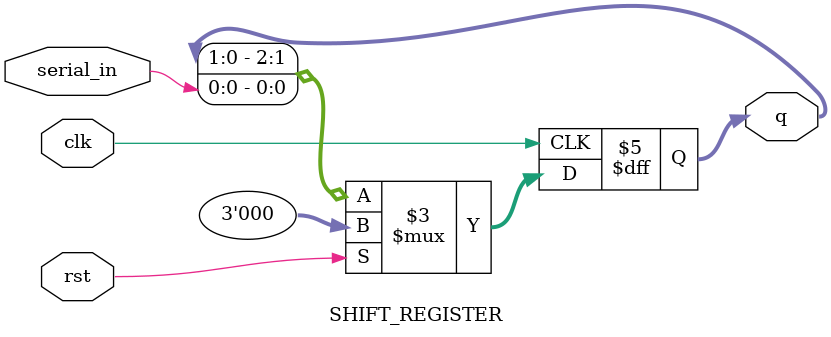
<source format=v>
module SHIFT_REGISTER (
    input  wire clk,     // clock input
    input  wire rst,     // synchronous reset
    input  wire serial_in, // serial data input
    output reg  [2:0] q   // 3-bit register output
);

always @(posedge clk) begin
    if (rst)
        q <= 3'b000;          // reset all bits
    else
        q <= {q[1:0], serial_in}; // shift left
end

endmodule

</source>
